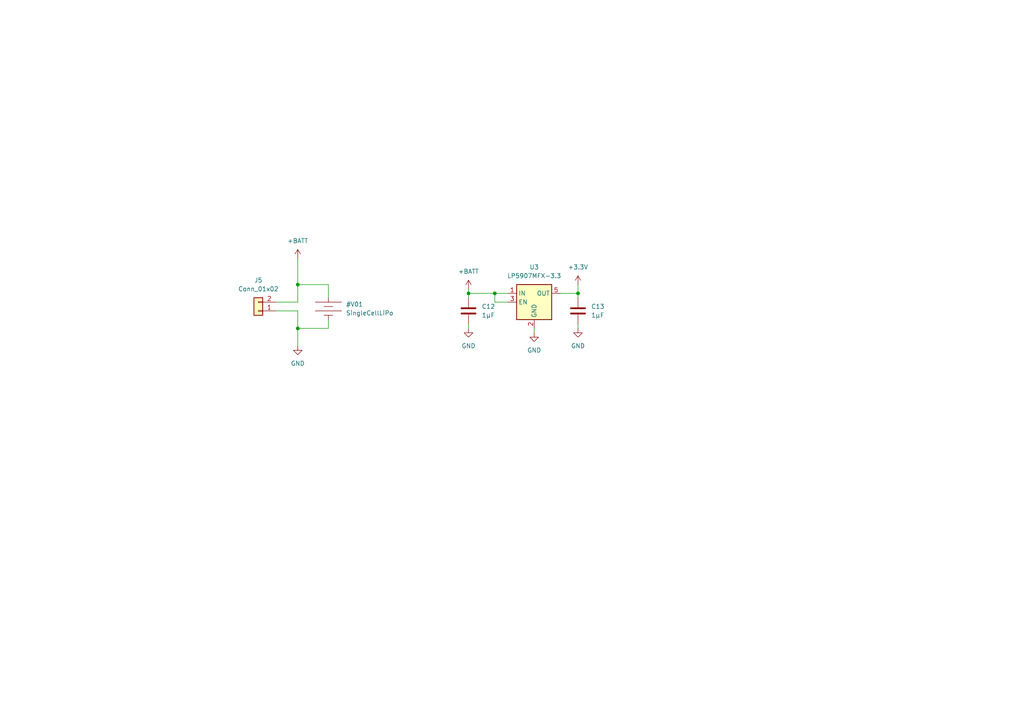
<source format=kicad_sch>
(kicad_sch (version 20230121) (generator eeschema)
  (paper "A4")
  (lib_symbols
    (symbol "Connector_Generic:Conn_01x02" (pin_names (offset 1.016) hide)
      (property "Reference" "J" (at 0 2.54 0))
      (property "Value" "Conn_01x02" (at 0 -5.08 0))
      (symbol "Conn_01x02_1_1"
        (rectangle (start -1.27 -2.413) (end 0 -2.667) (stroke (width 0.1524)))
        (rectangle (start -1.27 0.127) (end 0 -0.127) (stroke (width 0.1524)))
        (rectangle (start -1.27 1.27) (end 1.27 -3.81) (stroke (width 0.254)) (fill (type background)))
        (pin passive line (at -5.08 0 0) (length 3.81) (name "Pin_1") (number "1"))
        (pin passive line (at -5.08 -2.54 0) (length 3.81) (name "Pin_2") (number "2"))
      )
    )
    (symbol "Device:C" (pin_numbers hide) (pin_names (offset 0.254))
      (property "Reference" "C" (at 0.635 2.54 0))
      (property "Value" "C" (at 0.635 -2.54 0))
      (symbol "C_0_1"
        (polyline (pts (xy -2.032 -0.762) (xy 2.032 -0.762)) (stroke (width 0.508)))
        (polyline (pts (xy -2.032 0.762) (xy 2.032 0.762)) (stroke (width 0.508)))
      )
      (symbol "C_1_1"
        (pin passive line (at 0 3.81 270) (length 2.794) (name "~") (number "1"))
        (pin passive line (at 0 -3.81 90) (length 2.794) (name "~") (number "2"))
      )
    )
    (symbol "Regulator_Linear:LP5907MFX-3.3"
      (property "Reference" "U" (at -3.81 6.35 0))
      (property "Value" "LP5907MFX-3.3" (at 6.35 6.35 0))
      (symbol "LP5907MFX-3.3_0_1"
        (rectangle (start -5.08 -5.08) (end 5.08 5.08) (stroke (width 0.254)) (fill (type background)))
        (pin power_in line (at -7.62 2.54 0) (length 2.54) (name "IN") (number "1"))
        (pin power_in line (at 0 -7.62 90) (length 2.54) (name "GND") (number "2"))
        (pin input line (at -7.62 0 0) (length 2.54) (name "EN") (number "3"))
        (pin no_connect line (at 5.08 0 180) (length 2.54) hide (name "NC") (number "4"))
        (pin power_out line (at 7.62 2.54 180) (length 2.54) (name "OUT") (number "5"))
      )
    )
    (symbol "minimouse:SingleCellLiPo" (power) (pin_numbers hide) (pin_names hide) (in_bom no) (on_board no)
      (property "Reference" "V" (at 1.8796 0.3048 0))
      (property "Value" "SingleCellLiPo" (at -11.43 1.27 0))
      (symbol "SingleCellLiPo_0_1"
        (polyline (pts (xy -3.81 0) (xy 3.81 0)))
        (polyline (pts (xy -3.81 2.54) (xy 3.81 2.54)))
        (polyline (pts (xy -1.27 -1.27) (xy 1.27 -1.27)))
        (polyline (pts (xy -1.27 1.27) (xy 1.27 1.27)))
      )
      (symbol "SingleCellLiPo_1_1"
        (pin power_out line (at 0 -2.54 90) (length 1.27) (name "+") (number ""))
        (pin power_out line (at 0 3.81 270) (length 1.27) (name "+") (number ""))
      )
    )
    (symbol "power:+3.3V" (power) (pin_names (offset 0))
      (property "Value" "+3.3V" (at 0 3.556 0))
      (symbol "+3.3V_0_1"
        (polyline (pts (xy -0.762 1.27) (xy 0 2.54)))
        (polyline (pts (xy 0 0) (xy 0 2.54)))
        (polyline (pts (xy 0 2.54) (xy 0.762 1.27)))
      )
      (symbol "+3.3V_1_1"
        (pin power_in line (at 0 0 90) (length 0) hide (name "+3.3V") (number "1"))
      )
    )
    (symbol "power:+BATT" (power) (pin_names (offset 0))
      (property "Value" "+BATT" (at 0 3.556 0))
      (symbol "+BATT_0_1"
        (polyline (pts (xy -0.762 1.27) (xy 0 2.54)))
        (polyline (pts (xy 0 0) (xy 0 2.54)))
        (polyline (pts (xy 0 2.54) (xy 0.762 1.27)))
      )
      (symbol "+BATT_1_1"
        (pin power_in line (at 0 0 90) (length 0) hide (name "+BATT") (number "1"))
      )
    )
    (symbol "power:GND" (power) (pin_names (offset 0))
      (property "Value" "GND" (at 0 -3.81 0))
      (symbol "GND_0_1"
        (polyline (pts (xy 0 0) (xy 0 -1.27) (xy 1.27 -1.27) (xy 0 -2.54) (xy -1.27 -1.27) (xy 0 -1.27)))
      )
      (symbol "GND_1_1"
        (pin power_in line (at 0 0 270) (length 0) hide (name "GND") (number "1"))
      )
    )
  )
  (junction (at 167.64 85.09))
  (junction (at 86.36 82.55))
  (junction (at 143.51 85.09))
  (junction (at 135.89 85.09))
  (junction (at 86.36 95.25))
  (wire (pts (xy 86.36 90.17) (xy 86.36 95.25)))
  (wire (pts (xy 143.51 85.09) (xy 147.32 85.09)))
  (wire (pts (xy 95.25 82.55) (xy 86.36 82.55)))
  (wire (pts (xy 86.36 74.93) (xy 86.36 82.55)))
  (wire (pts (xy 95.25 86.36) (xy 95.25 82.55)))
  (wire (pts (xy 147.32 87.63) (xy 143.51 87.63)))
  (wire (pts (xy 167.64 82.55) (xy 167.64 85.09)))
  (wire (pts (xy 135.89 93.98) (xy 135.89 95.25)))
  (wire (pts (xy 95.25 92.71) (xy 95.25 95.25)))
  (wire (pts (xy 80.01 87.63) (xy 86.36 87.63)))
  (wire (pts (xy 143.51 87.63) (xy 143.51 85.09)))
  (wire (pts (xy 135.89 85.09) (xy 135.89 86.36)))
  (wire (pts (xy 86.36 95.25) (xy 86.36 100.33)))
  (wire (pts (xy 167.64 85.09) (xy 167.64 86.36)))
  (wire (pts (xy 135.89 85.09) (xy 143.51 85.09)))
  (wire (pts (xy 95.25 95.25) (xy 86.36 95.25)))
  (wire (pts (xy 154.94 95.25) (xy 154.94 96.52)))
  (wire (pts (xy 135.89 83.82) (xy 135.89 85.09)))
  (wire (pts (xy 162.56 85.09) (xy 167.64 85.09)))
  (wire (pts (xy 86.36 82.55) (xy 86.36 87.63)))
  (wire (pts (xy 167.64 93.98) (xy 167.64 95.25)))
  (wire (pts (xy 80.01 90.17) (xy 86.36 90.17)))
  (symbol (lib_id "power:+BATT") (at 86.36 74.93 0) (unit 1)
    (property "Reference" "#PWR036" (effects hide))
    (property "Value" "+BATT" (at 86.36 69.85 0))
  )
  (symbol (lib_id "minimouse:SingleCellLiPo") (at 95.25 90.17 0) (unit 1) (in_bom no) (on_board no)
    (property "Reference" "#V01" (at 100.33 88.265 0) (effects (justify left)))
    (property "Value" "SingleCellLiPo" (at 100.33 90.805 0) (effects (justify left)))
  )
  (symbol (lib_id "Device:C") (at 167.64 90.17 0) (unit 1)
    (property "Reference" "C13" (at 171.45 88.9 0) (effects (justify left)))
    (property "Value" "1µF" (at 171.45 91.44 0) (effects (justify left)))
  )
  (symbol (lib_id "power:GND") (at 135.89 95.25 0) (unit 1)
    (property "Reference" "#PWR020" (effects hide))
    (property "Value" "GND" (at 135.89 100.33 0))
  )
  (symbol (lib_id "power:+BATT") (at 135.89 83.82 0) (unit 1)
    (property "Reference" "#PWR019" (effects hide))
    (property "Value" "+BATT" (at 135.89 78.74 0))
  )
  (symbol (lib_id "Regulator_Linear:LP5907MFX-3.3") (at 154.94 87.63 0) (unit 1)
    (property "Reference" "U3" (at 154.94 77.47 0))
    (property "Value" "LP5907MFX-3.3" (at 154.94 80.01 0))
    (property "Footprint" "Package_TO_SOT_SMD:SOT-23-5" (effects hide))
    (property "Datasheet" "http://www.ti.com/lit/ds/symlink/lp5907.pdf" (effects hide))
  )
  (symbol (lib_id "power:GND") (at 167.64 95.25 0) (unit 1)
    (property "Reference" "#PWR023" (effects hide))
    (property "Value" "GND" (at 167.64 100.33 0))
  )
  (symbol (lib_id "power:+3.3V") (at 167.64 82.55 0) (unit 1)
    (property "Reference" "#PWR022" (effects hide))
    (property "Value" "+3.3V" (at 167.64 77.47 0))
  )
  (symbol (lib_id "Connector_Generic:Conn_01x02") (at 74.93 90.17 180) (unit 1)
    (property "Reference" "J5" (at 74.93 81.28 0))
    (property "Value" "Conn_01x02" (at 74.93 83.82 0))
    (property "Footprint" "Connector_PinHeader_2.54mm:PinHeader_1x02_P2.54mm_Vertical" (effects hide))
  )
  (symbol (lib_id "power:GND") (at 86.36 100.33 0) (unit 1)
    (property "Reference" "#PWR037" (effects hide))
    (property "Value" "GND" (at 86.36 105.41 0))
  )
  (symbol (lib_id "Device:C") (at 135.89 90.17 0) (unit 1)
    (property "Reference" "C12" (at 139.7 88.9 0) (effects (justify left)))
    (property "Value" "1µF" (at 139.7 91.44 0) (effects (justify left)))
  )
  (symbol (lib_id "power:GND") (at 154.94 96.52 0) (unit 1)
    (property "Reference" "#PWR021" (effects hide))
    (property "Value" "GND" (at 154.94 101.6 0))
  )
)
</source>
